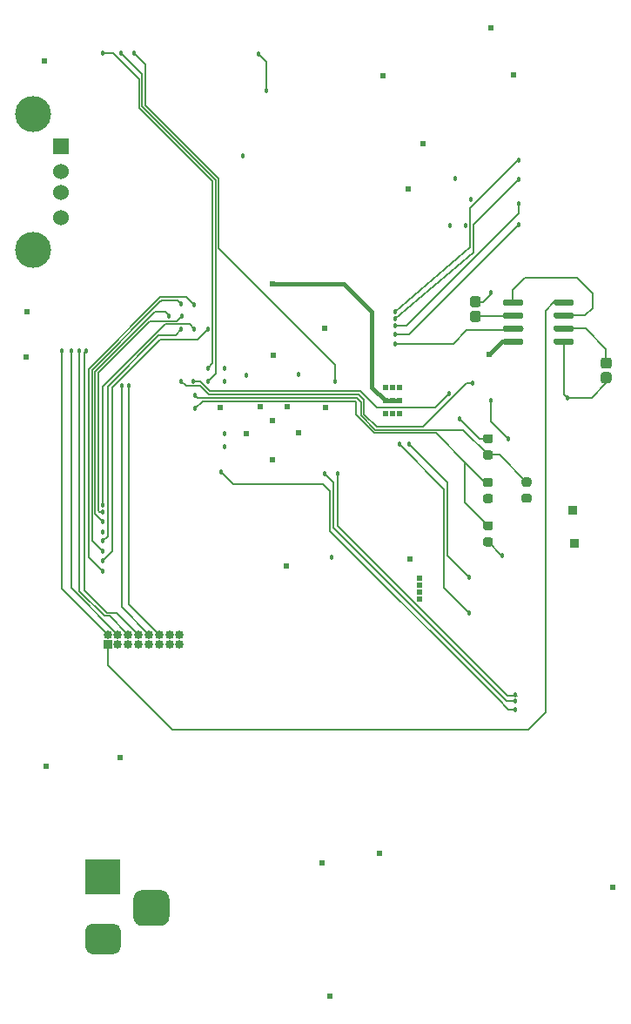
<source format=gbr>
%TF.GenerationSoftware,KiCad,Pcbnew,5.1.6-c6e7f7d~86~ubuntu18.04.1*%
%TF.CreationDate,2020-08-09T14:30:42-03:00*%
%TF.ProjectId,pcbproyecto,70636270-726f-4796-9563-746f2e6b6963,rev?*%
%TF.SameCoordinates,Original*%
%TF.FileFunction,Copper,L4,Bot*%
%TF.FilePolarity,Positive*%
%FSLAX46Y46*%
G04 Gerber Fmt 4.6, Leading zero omitted, Abs format (unit mm)*
G04 Created by KiCad (PCBNEW 5.1.6-c6e7f7d~86~ubuntu18.04.1) date 2020-08-09 14:30:42*
%MOMM*%
%LPD*%
G01*
G04 APERTURE LIST*
%TA.AperFunction,ComponentPad*%
%ADD10O,0.850000X0.850000*%
%TD*%
%TA.AperFunction,ComponentPad*%
%ADD11R,0.850000X0.850000*%
%TD*%
%TA.AperFunction,ComponentPad*%
%ADD12R,3.500000X3.500000*%
%TD*%
%TA.AperFunction,ComponentPad*%
%ADD13C,1.524000*%
%TD*%
%TA.AperFunction,ComponentPad*%
%ADD14R,1.524000X1.524000*%
%TD*%
%TA.AperFunction,ComponentPad*%
%ADD15C,3.500000*%
%TD*%
%TA.AperFunction,ViaPad*%
%ADD16C,0.457200*%
%TD*%
%TA.AperFunction,ViaPad*%
%ADD17C,0.609600*%
%TD*%
%TA.AperFunction,Conductor*%
%ADD18C,0.152400*%
%TD*%
%TA.AperFunction,Conductor*%
%ADD19C,0.381000*%
%TD*%
G04 APERTURE END LIST*
%TO.P,U8,8*%
%TO.N,Net-(U8-Pad2)*%
%TA.AperFunction,SMDPad,CuDef*%
G36*
G01*
X73160000Y-53065000D02*
X73160000Y-53365000D01*
G75*
G02*
X73010000Y-53515000I-150000J0D01*
G01*
X71360000Y-53515000D01*
G75*
G02*
X71210000Y-53365000I0J150000D01*
G01*
X71210000Y-53065000D01*
G75*
G02*
X71360000Y-52915000I150000J0D01*
G01*
X73010000Y-52915000D01*
G75*
G02*
X73160000Y-53065000I0J-150000D01*
G01*
G37*
%TD.AperFunction*%
%TO.P,U8,7*%
%TO.N,Net-(C1-Pad1)*%
%TA.AperFunction,SMDPad,CuDef*%
G36*
G01*
X73160000Y-54335000D02*
X73160000Y-54635000D01*
G75*
G02*
X73010000Y-54785000I-150000J0D01*
G01*
X71360000Y-54785000D01*
G75*
G02*
X71210000Y-54635000I0J150000D01*
G01*
X71210000Y-54335000D01*
G75*
G02*
X71360000Y-54185000I150000J0D01*
G01*
X73010000Y-54185000D01*
G75*
G02*
X73160000Y-54335000I0J-150000D01*
G01*
G37*
%TD.AperFunction*%
%TO.P,U8,6*%
%TO.N,/GPIO_A4*%
%TA.AperFunction,SMDPad,CuDef*%
G36*
G01*
X73160000Y-55605000D02*
X73160000Y-55905000D01*
G75*
G02*
X73010000Y-56055000I-150000J0D01*
G01*
X71360000Y-56055000D01*
G75*
G02*
X71210000Y-55905000I0J150000D01*
G01*
X71210000Y-55605000D01*
G75*
G02*
X71360000Y-55455000I150000J0D01*
G01*
X73010000Y-55455000D01*
G75*
G02*
X73160000Y-55605000I0J-150000D01*
G01*
G37*
%TD.AperFunction*%
%TO.P,U8,5*%
%TO.N,VDD_3V3B*%
%TA.AperFunction,SMDPad,CuDef*%
G36*
G01*
X73160000Y-56875000D02*
X73160000Y-57175000D01*
G75*
G02*
X73010000Y-57325000I-150000J0D01*
G01*
X71360000Y-57325000D01*
G75*
G02*
X71210000Y-57175000I0J150000D01*
G01*
X71210000Y-56875000D01*
G75*
G02*
X71360000Y-56725000I150000J0D01*
G01*
X73010000Y-56725000D01*
G75*
G02*
X73160000Y-56875000I0J-150000D01*
G01*
G37*
%TD.AperFunction*%
%TO.P,U8,4*%
%TO.N,GND*%
%TA.AperFunction,SMDPad,CuDef*%
G36*
G01*
X78110000Y-56875000D02*
X78110000Y-57175000D01*
G75*
G02*
X77960000Y-57325000I-150000J0D01*
G01*
X76310000Y-57325000D01*
G75*
G02*
X76160000Y-57175000I0J150000D01*
G01*
X76160000Y-56875000D01*
G75*
G02*
X76310000Y-56725000I150000J0D01*
G01*
X77960000Y-56725000D01*
G75*
G02*
X78110000Y-56875000I0J-150000D01*
G01*
G37*
%TD.AperFunction*%
%TO.P,U8,3*%
%TO.N,Net-(C11-Pad1)*%
%TA.AperFunction,SMDPad,CuDef*%
G36*
G01*
X78110000Y-55605000D02*
X78110000Y-55905000D01*
G75*
G02*
X77960000Y-56055000I-150000J0D01*
G01*
X76310000Y-56055000D01*
G75*
G02*
X76160000Y-55905000I0J150000D01*
G01*
X76160000Y-55605000D01*
G75*
G02*
X76310000Y-55455000I150000J0D01*
G01*
X77960000Y-55455000D01*
G75*
G02*
X78110000Y-55605000I0J-150000D01*
G01*
G37*
%TD.AperFunction*%
%TO.P,U8,2*%
%TO.N,Net-(U8-Pad2)*%
%TA.AperFunction,SMDPad,CuDef*%
G36*
G01*
X78110000Y-54335000D02*
X78110000Y-54635000D01*
G75*
G02*
X77960000Y-54785000I-150000J0D01*
G01*
X76310000Y-54785000D01*
G75*
G02*
X76160000Y-54635000I0J150000D01*
G01*
X76160000Y-54335000D01*
G75*
G02*
X76310000Y-54185000I150000J0D01*
G01*
X77960000Y-54185000D01*
G75*
G02*
X78110000Y-54335000I0J-150000D01*
G01*
G37*
%TD.AperFunction*%
%TO.P,U8,1*%
%TO.N,Net-(J2-Pad1)*%
%TA.AperFunction,SMDPad,CuDef*%
G36*
G01*
X78110000Y-53065000D02*
X78110000Y-53365000D01*
G75*
G02*
X77960000Y-53515000I-150000J0D01*
G01*
X76310000Y-53515000D01*
G75*
G02*
X76160000Y-53365000I0J150000D01*
G01*
X76160000Y-53065000D01*
G75*
G02*
X76310000Y-52915000I150000J0D01*
G01*
X77960000Y-52915000D01*
G75*
G02*
X78110000Y-53065000I0J-150000D01*
G01*
G37*
%TD.AperFunction*%
%TD*%
%TO.P,C11,2*%
%TO.N,GND*%
%TA.AperFunction,SMDPad,CuDef*%
G36*
G01*
X80964999Y-60002500D02*
X81515001Y-60002500D01*
G75*
G02*
X81765000Y-60252499I0J-249999D01*
G01*
X81765000Y-60827501D01*
G75*
G02*
X81515001Y-61077500I-249999J0D01*
G01*
X80964999Y-61077500D01*
G75*
G02*
X80715000Y-60827501I0J249999D01*
G01*
X80715000Y-60252499D01*
G75*
G02*
X80964999Y-60002500I249999J0D01*
G01*
G37*
%TD.AperFunction*%
%TO.P,C11,1*%
%TO.N,Net-(C11-Pad1)*%
%TA.AperFunction,SMDPad,CuDef*%
G36*
G01*
X80964999Y-58577500D02*
X81515001Y-58577500D01*
G75*
G02*
X81765000Y-58827499I0J-249999D01*
G01*
X81765000Y-59402501D01*
G75*
G02*
X81515001Y-59652500I-249999J0D01*
G01*
X80964999Y-59652500D01*
G75*
G02*
X80715000Y-59402501I0J249999D01*
G01*
X80715000Y-58827499D01*
G75*
G02*
X80964999Y-58577500I249999J0D01*
G01*
G37*
%TD.AperFunction*%
%TD*%
%TO.P,C1,1*%
%TO.N,Net-(C1-Pad1)*%
%TA.AperFunction,SMDPad,CuDef*%
G36*
G01*
X68795001Y-55112500D02*
X68244999Y-55112500D01*
G75*
G02*
X67995000Y-54862501I0J249999D01*
G01*
X67995000Y-54287499D01*
G75*
G02*
X68244999Y-54037500I249999J0D01*
G01*
X68795001Y-54037500D01*
G75*
G02*
X69045000Y-54287499I0J-249999D01*
G01*
X69045000Y-54862501D01*
G75*
G02*
X68795001Y-55112500I-249999J0D01*
G01*
G37*
%TD.AperFunction*%
%TO.P,C1,2*%
%TO.N,GND*%
%TA.AperFunction,SMDPad,CuDef*%
G36*
G01*
X68795001Y-53687500D02*
X68244999Y-53687500D01*
G75*
G02*
X67995000Y-53437501I0J249999D01*
G01*
X67995000Y-52862499D01*
G75*
G02*
X68244999Y-52612500I249999J0D01*
G01*
X68795001Y-52612500D01*
G75*
G02*
X69045000Y-52862499I0J-249999D01*
G01*
X69045000Y-53437501D01*
G75*
G02*
X68795001Y-53687500I-249999J0D01*
G01*
G37*
%TD.AperFunction*%
%TD*%
D10*
%TO.P,J2,16*%
%TO.N,GND*%
X39750000Y-85500000D03*
%TO.P,J2,15*%
X39750000Y-86500000D03*
%TO.P,J2,14*%
%TO.N,N/C*%
X38750000Y-85500000D03*
%TO.P,J2,13*%
%TO.N,VDD_3V3B*%
X38750000Y-86500000D03*
%TO.P,J2,12*%
%TO.N,/Peripherals/UART0_TX*%
X37750000Y-85500000D03*
%TO.P,J2,11*%
%TO.N,N/C*%
X37750000Y-86500000D03*
%TO.P,J2,10*%
%TO.N,/Peripherals/UART0_RX*%
X36750000Y-85500000D03*
%TO.P,J2,9*%
%TO.N,N/C*%
X36750000Y-86500000D03*
%TO.P,J2,8*%
%TO.N,/Peripherals/SPI0_D0*%
X35750000Y-85500000D03*
%TO.P,J2,7*%
%TO.N,N/C*%
X35750000Y-86500000D03*
%TO.P,J2,6*%
%TO.N,/Peripherals/SPI0_SCLK*%
X34750000Y-85500000D03*
%TO.P,J2,5*%
%TO.N,N/C*%
X34750000Y-86500000D03*
%TO.P,J2,4*%
%TO.N,/Peripherals/SPI0_D1*%
X33750000Y-85500000D03*
%TO.P,J2,3*%
%TO.N,VDD_5V*%
X33750000Y-86500000D03*
%TO.P,J2,2*%
%TO.N,/Peripherals/SPI0_CS0*%
X32750000Y-85500000D03*
D11*
%TO.P,J2,1*%
%TO.N,Net-(J2-Pad1)*%
X32750000Y-86500000D03*
%TD*%
%TO.P,R27,2*%
%TO.N,/Sistem In Package/AIN61.8V*%
%TA.AperFunction,SMDPad,CuDef*%
G36*
G01*
X69493750Y-67600000D02*
X70006250Y-67600000D01*
G75*
G02*
X70225000Y-67818750I0J-218750D01*
G01*
X70225000Y-68256250D01*
G75*
G02*
X70006250Y-68475000I-218750J0D01*
G01*
X69493750Y-68475000D01*
G75*
G02*
X69275000Y-68256250I0J218750D01*
G01*
X69275000Y-67818750D01*
G75*
G02*
X69493750Y-67600000I218750J0D01*
G01*
G37*
%TD.AperFunction*%
%TO.P,R27,1*%
%TO.N,GND*%
%TA.AperFunction,SMDPad,CuDef*%
G36*
G01*
X69493750Y-66025000D02*
X70006250Y-66025000D01*
G75*
G02*
X70225000Y-66243750I0J-218750D01*
G01*
X70225000Y-66681250D01*
G75*
G02*
X70006250Y-66900000I-218750J0D01*
G01*
X69493750Y-66900000D01*
G75*
G02*
X69275000Y-66681250I0J218750D01*
G01*
X69275000Y-66243750D01*
G75*
G02*
X69493750Y-66025000I218750J0D01*
G01*
G37*
%TD.AperFunction*%
%TD*%
%TO.P,R26,2*%
%TO.N,/Sistem In Package/AIN61.8V*%
%TA.AperFunction,SMDPad,CuDef*%
G36*
G01*
X73756250Y-71112500D02*
X73243750Y-71112500D01*
G75*
G02*
X73025000Y-70893750I0J218750D01*
G01*
X73025000Y-70456250D01*
G75*
G02*
X73243750Y-70237500I218750J0D01*
G01*
X73756250Y-70237500D01*
G75*
G02*
X73975000Y-70456250I0J-218750D01*
G01*
X73975000Y-70893750D01*
G75*
G02*
X73756250Y-71112500I-218750J0D01*
G01*
G37*
%TD.AperFunction*%
%TO.P,R26,1*%
%TO.N,N/C*%
%TA.AperFunction,SMDPad,CuDef*%
G36*
G01*
X73756250Y-72687500D02*
X73243750Y-72687500D01*
G75*
G02*
X73025000Y-72468750I0J218750D01*
G01*
X73025000Y-72031250D01*
G75*
G02*
X73243750Y-71812500I218750J0D01*
G01*
X73756250Y-71812500D01*
G75*
G02*
X73975000Y-72031250I0J-218750D01*
G01*
X73975000Y-72468750D01*
G75*
G02*
X73756250Y-72687500I-218750J0D01*
G01*
G37*
%TD.AperFunction*%
%TD*%
%TO.P,R25,2*%
%TO.N,/Sistem In Package/AIN51.8V*%
%TA.AperFunction,SMDPad,CuDef*%
G36*
G01*
X70006250Y-71150000D02*
X69493750Y-71150000D01*
G75*
G02*
X69275000Y-70931250I0J218750D01*
G01*
X69275000Y-70493750D01*
G75*
G02*
X69493750Y-70275000I218750J0D01*
G01*
X70006250Y-70275000D01*
G75*
G02*
X70225000Y-70493750I0J-218750D01*
G01*
X70225000Y-70931250D01*
G75*
G02*
X70006250Y-71150000I-218750J0D01*
G01*
G37*
%TD.AperFunction*%
%TO.P,R25,1*%
%TO.N,N/C*%
%TA.AperFunction,SMDPad,CuDef*%
G36*
G01*
X70006250Y-72725000D02*
X69493750Y-72725000D01*
G75*
G02*
X69275000Y-72506250I0J218750D01*
G01*
X69275000Y-72068750D01*
G75*
G02*
X69493750Y-71850000I218750J0D01*
G01*
X70006250Y-71850000D01*
G75*
G02*
X70225000Y-72068750I0J-218750D01*
G01*
X70225000Y-72506250D01*
G75*
G02*
X70006250Y-72725000I-218750J0D01*
G01*
G37*
%TD.AperFunction*%
%TD*%
%TO.P,R24,2*%
%TO.N,/Sistem In Package/AIN51.8V*%
%TA.AperFunction,SMDPad,CuDef*%
G36*
G01*
X70006250Y-75362500D02*
X69493750Y-75362500D01*
G75*
G02*
X69275000Y-75143750I0J218750D01*
G01*
X69275000Y-74706250D01*
G75*
G02*
X69493750Y-74487500I218750J0D01*
G01*
X70006250Y-74487500D01*
G75*
G02*
X70225000Y-74706250I0J-218750D01*
G01*
X70225000Y-75143750D01*
G75*
G02*
X70006250Y-75362500I-218750J0D01*
G01*
G37*
%TD.AperFunction*%
%TO.P,R24,1*%
%TO.N,GND*%
%TA.AperFunction,SMDPad,CuDef*%
G36*
G01*
X70006250Y-76937500D02*
X69493750Y-76937500D01*
G75*
G02*
X69275000Y-76718750I0J218750D01*
G01*
X69275000Y-76281250D01*
G75*
G02*
X69493750Y-76062500I218750J0D01*
G01*
X70006250Y-76062500D01*
G75*
G02*
X70225000Y-76281250I0J-218750D01*
G01*
X70225000Y-76718750D01*
G75*
G02*
X70006250Y-76937500I-218750J0D01*
G01*
G37*
%TD.AperFunction*%
%TD*%
%TO.P,J6,1*%
%TO.N,Net-(J6-Pad1)*%
X78000000Y-73400000D03*
%TD*%
%TO.P,J4,1*%
%TO.N,GND*%
X78150000Y-76645000D03*
%TD*%
%TO.P,J1,3*%
%TO.N,GND*%
%TA.AperFunction,ComponentPad*%
G36*
G01*
X37875000Y-113850000D02*
X36125000Y-113850000D01*
G75*
G02*
X35250000Y-112975000I0J875000D01*
G01*
X35250000Y-111225000D01*
G75*
G02*
X36125000Y-110350000I875000J0D01*
G01*
X37875000Y-110350000D01*
G75*
G02*
X38750000Y-111225000I0J-875000D01*
G01*
X38750000Y-112975000D01*
G75*
G02*
X37875000Y-113850000I-875000J0D01*
G01*
G37*
%TD.AperFunction*%
%TO.P,J1,2*%
%TA.AperFunction,ComponentPad*%
G36*
G01*
X33300000Y-116600000D02*
X31300000Y-116600000D01*
G75*
G02*
X30550000Y-115850000I0J750000D01*
G01*
X30550000Y-114350000D01*
G75*
G02*
X31300000Y-113600000I750000J0D01*
G01*
X33300000Y-113600000D01*
G75*
G02*
X34050000Y-114350000I0J-750000D01*
G01*
X34050000Y-115850000D01*
G75*
G02*
X33300000Y-116600000I-750000J0D01*
G01*
G37*
%TD.AperFunction*%
D12*
%TO.P,J1,1*%
%TO.N,/Interfaces/IN_PWR_SUPPLY*%
X32300000Y-109100000D03*
%TD*%
D13*
%TO.P,J3,4*%
%TO.N,GND*%
X28200000Y-45000000D03*
%TO.P,J3,3*%
%TO.N,/USB1_D+*%
X28200000Y-42500000D03*
%TO.P,J3,2*%
%TO.N,/USB1_D-*%
X28200000Y-40500000D03*
D14*
%TO.P,J3,1*%
%TO.N,/USB1_VBU*%
X28200000Y-38000000D03*
D15*
%TO.P,J3,5*%
%TO.N,CGND*%
X25490000Y-34930000D03*
X25490000Y-48070000D03*
%TD*%
D16*
%TO.N,GND*%
X44097600Y-59584800D03*
X44097600Y-60854800D03*
D17*
X53902000Y-63407500D03*
X48822000Y-58327500D03*
X48758500Y-68487500D03*
D16*
X44097600Y-65934800D03*
X44097600Y-67204800D03*
D17*
X81900000Y-110100000D03*
X43712600Y-63400000D03*
X72217600Y-31125000D03*
D16*
X45890000Y-38982000D03*
X54500000Y-78000000D03*
D17*
X34000000Y-97500000D03*
X26800000Y-98300000D03*
X53600000Y-107700000D03*
X59200000Y-106800000D03*
X54400000Y-120700000D03*
X24800000Y-58500000D03*
D16*
X32290000Y-75500000D03*
D17*
X62190000Y-78140000D03*
D16*
X77500000Y-62500000D03*
X67000000Y-64500000D03*
X71100000Y-77800000D03*
X68072000Y-43180000D03*
X66040000Y-45720000D03*
X69989700Y-52290300D03*
D17*
%TO.N,VDD_5V*%
X59794800Y-61515200D03*
X60455200Y-61515200D03*
X63100000Y-81400000D03*
X63100000Y-82100000D03*
X63100000Y-80700000D03*
X63100000Y-80000000D03*
X61115600Y-61515200D03*
%TO.N,USB_DC*%
X60455200Y-62785200D03*
X61115600Y-62785200D03*
X59794800Y-62785200D03*
X24900000Y-54100000D03*
X48800000Y-51400000D03*
%TO.N,VDD_3V3A*%
X47552000Y-63344000D03*
X50219000Y-63344000D03*
X48796600Y-64664800D03*
%TO.N,VDD_3V3B*%
X46250000Y-66000000D03*
X63400000Y-37800000D03*
X50100000Y-78800000D03*
D16*
X66548000Y-41148000D03*
D17*
X69840000Y-58290000D03*
D16*
%TO.N,VDD_3V3AUX*%
X46280000Y-60280000D03*
D17*
X62000000Y-42187511D03*
%TO.N,SYS_5V*%
X51300000Y-65900000D03*
D16*
%TO.N,VDD_RTC*%
X51340000Y-60250000D03*
D17*
X70000000Y-26500000D03*
X59500000Y-31200000D03*
D16*
X67564000Y-45720000D03*
%TO.N,Net-(TP1-Pad1)*%
X54900000Y-60880000D03*
X35306000Y-28956000D03*
%TO.N,Net-(TP2-Pad1)*%
X55140000Y-69840000D03*
X72425137Y-91400000D03*
%TO.N,Net-(TP3-Pad1)*%
X53830000Y-69870000D03*
X72425137Y-91960848D03*
%TO.N,Net-(TP4-Pad1)*%
X43770000Y-69700000D03*
X72425137Y-92780000D03*
%TO.N,Net-(TP5-Pad1)*%
X42490000Y-60870000D03*
X34036000Y-28956000D03*
%TO.N,Net-(TP6-Pad1)*%
X42477460Y-59620000D03*
X32258000Y-28956000D03*
D17*
%TO.N,Net-(TP7-Pad1)*%
X60455200Y-64004400D03*
X59794800Y-64004400D03*
X61115600Y-64004400D03*
%TO.N,CGND*%
X26600000Y-29700000D03*
D16*
%TO.N,/Sistem In Package/OSC_OUT*%
X47414000Y-29076000D03*
X48176000Y-32632000D03*
%TO.N,/Peripherals/SPI0_D1*%
X29200000Y-57900000D03*
%TO.N,/Peripherals/SPI0_D0*%
X30699992Y-57900000D03*
%TO.N,/Peripherals/UART0_TX*%
X34800000Y-61300000D03*
%TO.N,/Peripherals/SPI0_SCLK*%
X30022748Y-57900000D03*
%TO.N,/Peripherals/UART0_RX*%
X34100000Y-61300000D03*
%TO.N,/Peripherals/SPI0_CS0*%
X28300000Y-57900000D03*
%TO.N,/Sistem In Package/AIN51.8V*%
X41280000Y-63500000D03*
%TO.N,/Sistem In Package/AIN61.8V*%
X41250000Y-62250000D03*
%TO.N,/Interfaces/MMC0_DAT2*%
X32290000Y-79340000D03*
X41120000Y-53410000D03*
%TO.N,/Interfaces/MMC0_CD*%
X32290000Y-72941470D03*
X41190000Y-55810000D03*
%TO.N,/Interfaces/MMC0_CMD*%
X39890000Y-53360000D03*
X32290000Y-77420000D03*
%TO.N,/Interfaces/MMC0_CLK*%
X32300000Y-76390000D03*
X39910000Y-55850000D03*
%TO.N,/Interfaces/MMC0_DAT0*%
X32290000Y-74520000D03*
X38740000Y-54560000D03*
%TO.N,/Interfaces/MMC0_DAT1*%
X32290000Y-73551067D03*
X39940000Y-54560000D03*
D17*
%TO.N,/USB1_VBU*%
X53880000Y-55730000D03*
D16*
%TO.N,/Interfaces/MMC0_DAT3*%
X32290000Y-78320000D03*
X42490000Y-55810000D03*
%TO.N,Net-(J6-Pad1)*%
X71750000Y-66500000D03*
X70000000Y-62750000D03*
%TO.N,/I2C1_SDA*%
X39897460Y-60850000D03*
X68260000Y-61050000D03*
%TO.N,/I2C1_SCL*%
X41090000Y-60850000D03*
X66006721Y-62086700D03*
%TO.N,/GPIO_A8*%
X72710000Y-39380000D03*
X60710000Y-54130000D03*
%TO.N,/GPIO_A7*%
X72710000Y-41250000D03*
X60710000Y-54760000D03*
%TO.N,/GPIO_A5*%
X72710000Y-45630000D03*
X60710000Y-56290000D03*
%TO.N,Net-(TP8-Pad1)*%
X62030000Y-66950000D03*
X67930000Y-79970000D03*
%TO.N,Net-(TP9-Pad1)*%
X61120000Y-67000000D03*
X67930000Y-83410000D03*
%TO.N,/GPIO_A6*%
X72710000Y-43580000D03*
X60710000Y-55490002D03*
%TO.N,/GPIO_A4*%
X60710000Y-57220000D03*
%TD*%
D18*
%TO.N,GND*%
X69750000Y-66462500D02*
X68962500Y-66462500D01*
X68962500Y-66462500D02*
X67000000Y-64500000D01*
X71050000Y-77800000D02*
X71100000Y-77800000D01*
X69750000Y-76500000D02*
X71050000Y-77800000D01*
X77280000Y-56960000D02*
X77310000Y-56990000D01*
X68520000Y-53150000D02*
X69230000Y-53150000D01*
X69989700Y-52390300D02*
X69989700Y-52290300D01*
X69230000Y-53150000D02*
X69989700Y-52390300D01*
X77135000Y-62135000D02*
X77500000Y-62500000D01*
X77135000Y-57025000D02*
X77135000Y-62135000D01*
X79820000Y-62500000D02*
X77500000Y-62500000D01*
X81240000Y-60540000D02*
X81240000Y-61080000D01*
X81240000Y-61080000D02*
X79820000Y-62500000D01*
D19*
%TO.N,USB_DC*%
X58420000Y-61451052D02*
X59754148Y-62785200D01*
X58420000Y-54120000D02*
X58420000Y-61451052D01*
X59754148Y-62785200D02*
X61115600Y-62785200D01*
X48800000Y-51400000D02*
X55700000Y-51400000D01*
X55700000Y-51400000D02*
X58420000Y-54120000D01*
D18*
%TO.N,VDD_3V3B*%
X71990000Y-57220000D02*
X72185000Y-57025000D01*
D19*
X72185000Y-57025000D02*
X71105000Y-57025000D01*
X71105000Y-57025000D02*
X69840000Y-58290000D01*
D18*
%TO.N,Net-(TP1-Pad1)*%
X36440000Y-30090000D02*
X35306000Y-28956000D01*
X36440000Y-34077868D02*
X36440000Y-30090000D01*
X43556819Y-41194687D02*
X36440000Y-34077868D01*
X43556820Y-47936820D02*
X43556819Y-41194687D01*
X54900000Y-60880000D02*
X54900000Y-59280000D01*
X54900000Y-59280000D02*
X43556820Y-47936820D01*
%TO.N,Net-(TP2-Pad1)*%
X55140000Y-74929434D02*
X71630566Y-91420000D01*
X55140000Y-69840000D02*
X55140000Y-74929434D01*
X71630566Y-91420000D02*
X72550000Y-91420000D01*
X72415137Y-91420000D02*
X72435137Y-91400000D01*
%TO.N,Net-(TP3-Pad1)*%
X54694810Y-70734810D02*
X54694810Y-75124810D01*
X53830000Y-69870000D02*
X54694810Y-70734810D01*
X62990000Y-83420000D02*
X63030000Y-83420000D01*
X54694810Y-75124810D02*
X62990000Y-83420000D01*
X71530848Y-91960848D02*
X72425137Y-91960848D01*
X62990000Y-83420000D02*
X71530848Y-91960848D01*
%TO.N,Net-(TP4-Pad1)*%
X54390000Y-75440000D02*
X70674810Y-91724810D01*
X54390000Y-71600000D02*
X54390000Y-75440000D01*
X53710000Y-70920000D02*
X54390000Y-71600000D01*
X43770000Y-69700000D02*
X44990000Y-70920000D01*
X44990000Y-70920000D02*
X53710000Y-70920000D01*
X70674810Y-91724810D02*
X70685190Y-91724810D01*
X70685190Y-91724810D02*
X71740380Y-92780000D01*
X71740380Y-92780000D02*
X72425137Y-92780000D01*
%TO.N,Net-(TP5-Pad1)*%
X43252010Y-60107990D02*
X43252010Y-41320944D01*
X42490000Y-60870000D02*
X43252010Y-60107990D01*
X43252010Y-41320944D02*
X36104810Y-34173744D01*
X36104810Y-34173744D02*
X36104810Y-31900000D01*
X36104810Y-31900000D02*
X36104810Y-31024810D01*
X36104810Y-31024810D02*
X34036000Y-28956000D01*
%TO.N,Net-(TP6-Pad1)*%
X42947201Y-59150259D02*
X42947201Y-58752799D01*
X42477460Y-59620000D02*
X42947201Y-59150259D01*
X42947201Y-58752799D02*
X42947201Y-41447201D01*
X42947201Y-41447201D02*
X35800000Y-34300000D01*
X35800000Y-34300000D02*
X35800000Y-31900000D01*
X35800000Y-31900000D02*
X35800000Y-31482000D01*
X35800000Y-31482000D02*
X33274000Y-28956000D01*
X33274000Y-28956000D02*
X32258000Y-28956000D01*
%TO.N,/Sistem In Package/OSC_OUT*%
X48176000Y-29838000D02*
X48176000Y-32632000D01*
X47414000Y-29076000D02*
X48176000Y-29838000D01*
%TO.N,/Peripherals/SPI0_D1*%
X33700000Y-85500000D02*
X33750000Y-85500000D01*
X29200000Y-57900000D02*
X29200000Y-81000000D01*
X29200000Y-81000000D02*
X33700000Y-85500000D01*
%TO.N,/Peripherals/SPI0_D0*%
X30471393Y-58128599D02*
X30471393Y-81171393D01*
X30699992Y-57900000D02*
X30471393Y-58128599D01*
X30471393Y-81171393D02*
X32700000Y-83400000D01*
X33650000Y-83400000D02*
X35750000Y-85500000D01*
X32700000Y-83400000D02*
X33650000Y-83400000D01*
%TO.N,/Peripherals/UART0_TX*%
X34800000Y-82550000D02*
X37750000Y-85500000D01*
X34800000Y-61300000D02*
X34800000Y-82550000D01*
%TO.N,/Peripherals/SPI0_SCLK*%
X32954809Y-83704809D02*
X34750000Y-85500000D01*
X30022748Y-81322748D02*
X32404809Y-83704809D01*
X32404809Y-83704809D02*
X32954809Y-83704809D01*
X30022748Y-57900000D02*
X30022748Y-81322748D01*
%TO.N,/Peripherals/UART0_RX*%
X34100000Y-82850000D02*
X36750000Y-85500000D01*
X34100000Y-61300000D02*
X34100000Y-82850000D01*
%TO.N,/Peripherals/SPI0_CS0*%
X28300000Y-81050000D02*
X32750000Y-85500000D01*
X28300000Y-57900000D02*
X28300000Y-81050000D01*
%TO.N,/Sistem In Package/AIN51.8V*%
X41975190Y-62804810D02*
X41280000Y-63500000D01*
X69750000Y-70712500D02*
X69462500Y-70712500D01*
X58677488Y-65919620D02*
X56873744Y-64115876D01*
X56873744Y-64115876D02*
X56873744Y-62804810D01*
X64669620Y-65919620D02*
X58677488Y-65919620D01*
X56873744Y-62804810D02*
X41975190Y-62804810D01*
X67750000Y-69000000D02*
X64669620Y-65919620D01*
X69462500Y-70712500D02*
X67750000Y-69000000D01*
X67500000Y-72675000D02*
X69750000Y-74925000D01*
X67250000Y-68500000D02*
X67500000Y-68750000D01*
X67500000Y-68750000D02*
X67500000Y-72675000D01*
%TO.N,/Sistem In Package/AIN61.8V*%
X67327310Y-65614810D02*
X69750000Y-68037500D01*
X41500000Y-62500000D02*
X57000000Y-62500000D01*
X57000000Y-62500000D02*
X57395190Y-62895190D01*
X41250000Y-62250000D02*
X41500000Y-62500000D01*
X57395190Y-62895190D02*
X57395190Y-64206256D01*
X57395190Y-64206256D02*
X58803744Y-65614810D01*
X58803744Y-65614810D02*
X67327310Y-65614810D01*
X70862500Y-68037500D02*
X73500000Y-70675000D01*
X69750000Y-68037500D02*
X70862500Y-68037500D01*
%TO.N,/Interfaces/MMC0_DAT2*%
X40400000Y-52690000D02*
X41120000Y-53410000D01*
X37896802Y-52690000D02*
X40400000Y-52690000D01*
X30918372Y-59668430D02*
X37896802Y-52690000D01*
X32290000Y-79340000D02*
X30918372Y-77968372D01*
X30918372Y-77968372D02*
X30918372Y-59668430D01*
%TO.N,/Interfaces/MMC0_CD*%
X38335190Y-55334810D02*
X38395190Y-55334810D01*
X32290000Y-72941470D02*
X32290000Y-61380000D01*
X32290000Y-61380000D02*
X38335190Y-55334810D01*
X38335190Y-55334810D02*
X40725190Y-55334810D01*
X40725190Y-55334810D02*
X41190000Y-55799620D01*
%TO.N,/Interfaces/MMC0_CMD*%
X37797868Y-53220000D02*
X37800000Y-53220000D01*
X31223181Y-59794687D02*
X37797868Y-53220000D01*
X32290000Y-77420000D02*
X31223181Y-76353181D01*
X31223181Y-76353181D02*
X31223181Y-59794687D01*
X39550000Y-53010000D02*
X39640000Y-53100000D01*
X37797868Y-53220000D02*
X38007868Y-53010000D01*
X38007868Y-53010000D02*
X39550000Y-53010000D01*
X39640000Y-53110000D02*
X39890000Y-53360000D01*
X39640000Y-53100000D02*
X39640000Y-53110000D01*
%TO.N,/Interfaces/MMC0_CLK*%
X32747201Y-75942799D02*
X32747201Y-61362799D01*
X32300000Y-76390000D02*
X32747201Y-75942799D01*
X32747201Y-61362799D02*
X37700000Y-56410000D01*
X37700000Y-56410000D02*
X39350000Y-56410000D01*
X39350000Y-56410000D02*
X39910000Y-55850000D01*
%TO.N,/Interfaces/MMC0_DAT0*%
X31527990Y-59920944D02*
X37338934Y-54110000D01*
X32290000Y-74520000D02*
X31527990Y-73757990D01*
X31527990Y-73757990D02*
X31527990Y-59920944D01*
X37338934Y-54110000D02*
X37700000Y-54110000D01*
X37700000Y-54110000D02*
X38390000Y-54110000D01*
X38390000Y-54110000D02*
X38740000Y-54460000D01*
%TO.N,/Interfaces/MMC0_DAT1*%
X31966711Y-73551067D02*
X31832799Y-73417155D01*
X31832799Y-60047201D02*
X36850000Y-55030000D01*
X32290000Y-73551067D02*
X31966711Y-73551067D01*
X36850000Y-55030000D02*
X39470000Y-55030000D01*
X31832799Y-73417155D02*
X31832799Y-60047201D01*
X39470000Y-55030000D02*
X39940000Y-54560000D01*
%TO.N,/Interfaces/MMC0_DAT3*%
X41500000Y-56800000D02*
X42261401Y-56038599D01*
X42261401Y-56038599D02*
X42490000Y-55810000D01*
X33195189Y-61454810D02*
X37850000Y-56800000D01*
X32290000Y-78320000D02*
X33195189Y-77414811D01*
X33195189Y-77414811D02*
X33195189Y-61454810D01*
X37850000Y-56800000D02*
X41500000Y-56800000D01*
%TO.N,Net-(J6-Pad1)*%
X71750000Y-66500000D02*
X70000000Y-64750000D01*
X70000000Y-64750000D02*
X70000000Y-62750000D01*
%TO.N,/I2C1_SDA*%
X67690000Y-61050000D02*
X68260000Y-61050000D01*
X58930000Y-65310000D02*
X63430000Y-65310000D01*
X40354661Y-61307201D02*
X41752793Y-61307201D01*
X57700000Y-64080000D02*
X58930000Y-65310000D01*
X41752793Y-61307201D02*
X42585592Y-62140000D01*
X39897460Y-60850000D02*
X40354661Y-61307201D01*
X42585592Y-62140000D02*
X57140000Y-62140000D01*
X63430000Y-65310000D02*
X67690000Y-61050000D01*
X57140000Y-62140000D02*
X57700000Y-62700000D01*
X57700000Y-62700000D02*
X57700000Y-64080000D01*
%TO.N,/I2C1_SCL*%
X58960999Y-63470999D02*
X64622422Y-63470999D01*
X57325190Y-61835190D02*
X58960999Y-63470999D01*
X42711848Y-61835190D02*
X57325190Y-61835190D01*
X41090000Y-60850000D02*
X41726658Y-60850000D01*
X64622422Y-63470999D02*
X66006721Y-62086700D01*
X41726658Y-60850000D02*
X42711848Y-61835190D01*
%TO.N,/GPIO_A8*%
X60710000Y-54130000D02*
X68021201Y-47828799D01*
X68021201Y-47828799D02*
X68021201Y-44038799D01*
X68021201Y-44038799D02*
X72680000Y-39380000D01*
X72680000Y-39380000D02*
X72710000Y-39380000D01*
%TO.N,/GPIO_A7*%
X60730000Y-54760000D02*
X68340000Y-48340000D01*
X68340000Y-48340000D02*
X68340000Y-45620000D01*
X68340000Y-45620000D02*
X72710000Y-41250000D01*
%TO.N,/GPIO_A5*%
X72710000Y-45630000D02*
X62050000Y-56290000D01*
X62050000Y-56290000D02*
X60760000Y-56290000D01*
%TO.N,Net-(TP8-Pad1)*%
X63790000Y-68710000D02*
X62030000Y-66950000D01*
X65804810Y-70724810D02*
X63790000Y-68710000D01*
X67930000Y-79970000D02*
X65804810Y-77844810D01*
X65804810Y-77844810D02*
X65804810Y-70724810D01*
%TO.N,Net-(TP9-Pad1)*%
X67930000Y-83410000D02*
X65500000Y-80980000D01*
X65500000Y-71380000D02*
X61120000Y-67000000D01*
X65500000Y-80980000D02*
X65500000Y-71380000D01*
%TO.N,/GPIO_A6*%
X72710000Y-43580000D02*
X72710000Y-44573289D01*
X61793287Y-55490002D02*
X60800000Y-55490002D01*
X72710000Y-44573289D02*
X61793287Y-55490002D01*
%TO.N,Net-(C1-Pad1)*%
X72095000Y-54575000D02*
X72185000Y-54485000D01*
X68520000Y-54575000D02*
X72095000Y-54575000D01*
%TO.N,Net-(C11-Pad1)*%
X81240000Y-57730000D02*
X81240000Y-59115000D01*
X77135000Y-55755000D02*
X79265000Y-55755000D01*
X79265000Y-55755000D02*
X81240000Y-57730000D01*
%TO.N,Net-(J2-Pad1)*%
X32750000Y-88470000D02*
X32750000Y-86500000D01*
X76160000Y-53215000D02*
X75370000Y-54005000D01*
X77135000Y-53215000D02*
X76160000Y-53215000D01*
X75370000Y-54005000D02*
X75370000Y-93050000D01*
X75370000Y-93050000D02*
X73660000Y-94760000D01*
X73660000Y-94760000D02*
X39040000Y-94760000D01*
X39040000Y-94760000D02*
X32750000Y-88470000D01*
%TO.N,/GPIO_A4*%
X60710000Y-57220000D02*
X66350000Y-57220000D01*
X71880190Y-55881256D02*
X71969467Y-55970533D01*
X66350000Y-57220000D02*
X67688744Y-55881256D01*
X67688744Y-55881256D02*
X71880190Y-55881256D01*
X72185000Y-55755000D02*
X73160000Y-55755000D01*
%TO.N,Net-(U8-Pad2)*%
X72185000Y-53215000D02*
X72185000Y-51985000D01*
X72185000Y-51985000D02*
X73319190Y-50850810D01*
X73319190Y-50850810D02*
X78430810Y-50850810D01*
X78430810Y-50850810D02*
X79950000Y-52370000D01*
X79950000Y-52370000D02*
X79950000Y-53750000D01*
X79215000Y-54485000D02*
X77135000Y-54485000D01*
X79950000Y-53750000D02*
X79215000Y-54485000D01*
%TD*%
M02*

</source>
